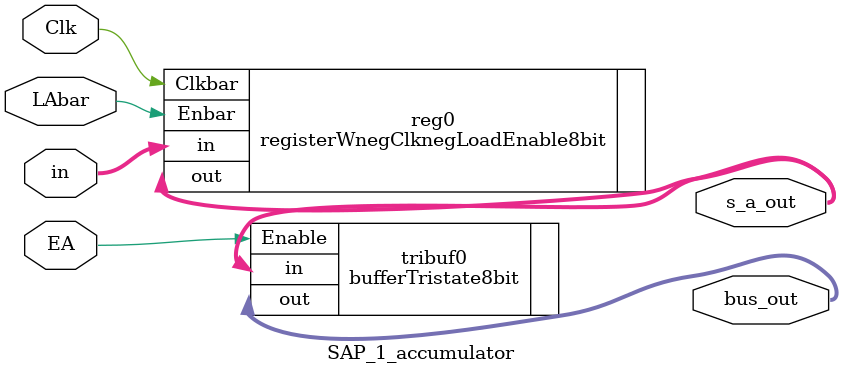
<source format=v>
`ifndef SAP_1_accumulator
	`define SAP_1_accumulator
	`timescale 1ns / 100ps

	`include "Source_code/registerWnegClknegLoadEnable8bit/registerWnegClknegLoadEnable8bit.v"

	`include "Source_code/bufferTristate8bit/bufferTristate8bit.v"

	/* 模組名稱 | Module Name
				SAP_1_accumulator
		 著作權宣告 | Copyright Declaration
				copyright 2012 林博仁(pika1021@gmail.com) */
	module SAP_1_accumulator(s_a_out, bus_out, in, LAbar, EA, Clk);
		//port 輸出輸入宣告
		output [7:0] s_a_out;
		output [7:0] bus_out;
		input [7:0] in;
		input LAbar;
		input EA;
		input Clk;

		//port 類型宣告
		wire [7:0] s_a_out;
		wire [7:0] bus_out;
		wire [7:0] in;
		wire LAbar;
		wire EA;
		wire Clk;

	registerWnegClknegLoadEnable8bit
		reg0(.out(s_a_out),
				.in(in),
				.Enbar(LAbar),
				.Clkbar(Clk));

	bufferTristate8bit
		tribuf0(.out(bus_out),
				 .in(s_a_out),
				 .Enable(EA));

	endmodule
`endif
</source>
